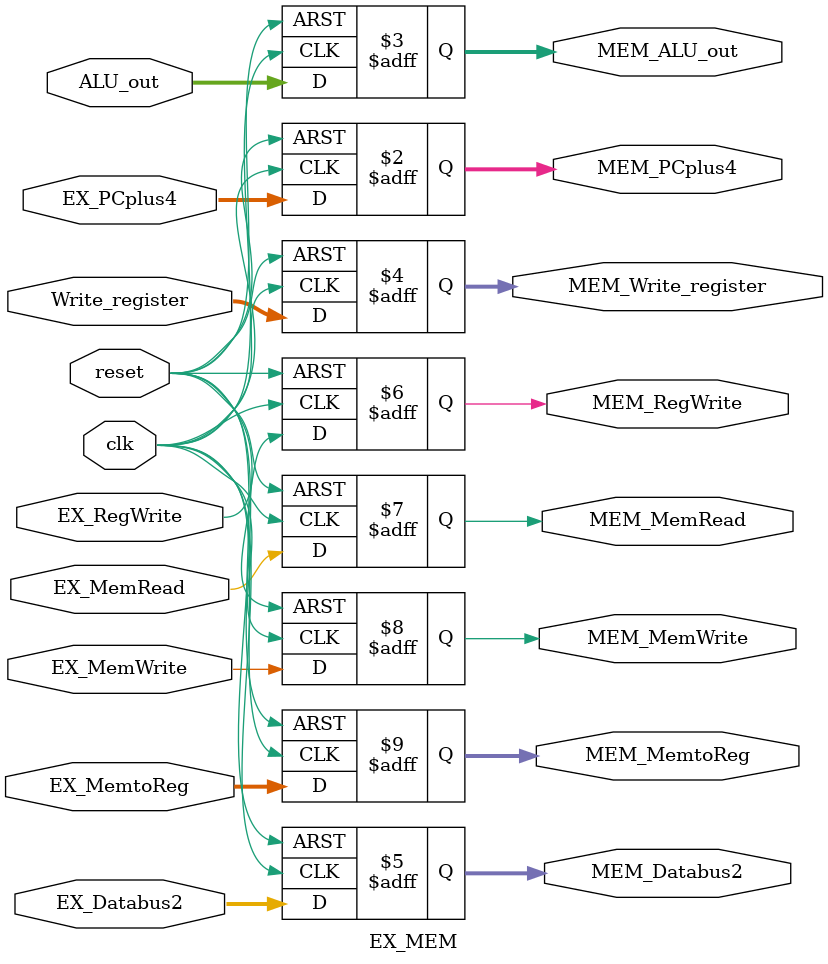
<source format=v>
module EX_MEM(
    input clk,reset,
    input [31 :0] EX_PCplus4     ,
    input [31 :0] ALU_out        ,
    input [4  :0] Write_register ,
    input [31 :0] EX_Databus2    ,
    //控制信号
    input EX_RegWrite            ,
    input EX_MemRead             ,
	input EX_MemWrite            ,
	input [2 -1:0] EX_MemtoReg   ,

    output reg [31 :0] MEM_PCplus4        ,
    output reg [31 :0] MEM_ALU_out        ,
    output reg [4  :0] MEM_Write_register ,
    output reg [31 :0] MEM_Databus2       ,
    //控制信号
    output reg MEM_RegWrite               ,
    output reg MEM_MemRead                ,
	output reg MEM_MemWrite               ,
	output reg [2 -1:0] MEM_MemtoReg   
);
    always @(posedge clk or posedge reset) begin
        if (reset) begin
            MEM_PCplus4 <= 32'h00000000;
            MEM_ALU_out <= 32'h00000000;
            MEM_Write_register <= 5'b00000;
            MEM_Databus2 <= 32'h00000000;
            // 控制信号复位
            MEM_RegWrite <= 1'b0;
            MEM_MemRead <= 1'b0;
            MEM_MemWrite <= 1'b0;
            MEM_MemtoReg <= 2'b00;
        end 
        else begin
            MEM_PCplus4 <= EX_PCplus4;
            MEM_ALU_out <= ALU_out;
            MEM_Write_register <= Write_register;
            MEM_Databus2 <= EX_Databus2;
            // 控制信号传递
            MEM_RegWrite <= EX_RegWrite;
            MEM_MemRead <= EX_MemRead;
            MEM_MemWrite <= EX_MemWrite;
            MEM_MemtoReg <= EX_MemtoReg;
        end
    end
endmodule
</source>
